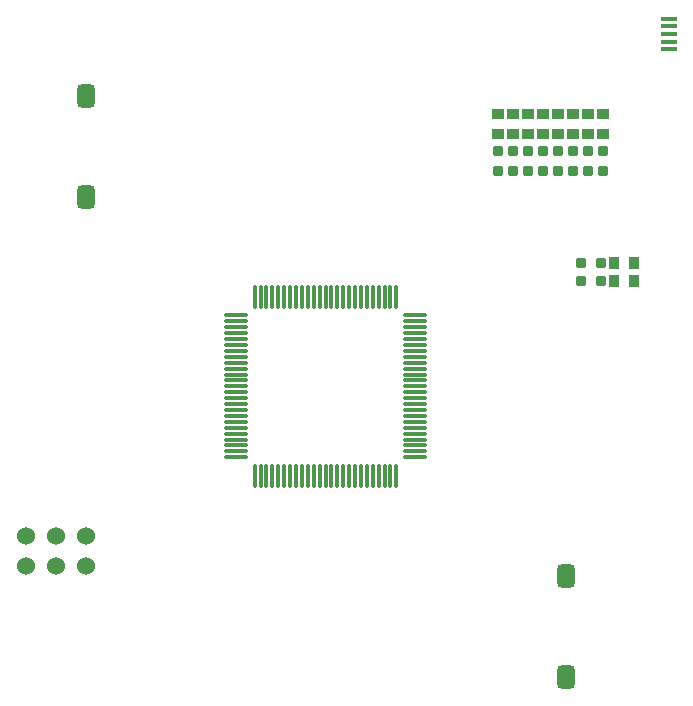
<source format=gtp>
G04*
G04 #@! TF.GenerationSoftware,Altium Limited,Altium Designer,20.0.11 (256)*
G04*
G04 Layer_Color=8421504*
%FSLAX25Y25*%
%MOIN*%
G70*
G01*
G75*
%ADD17C,0.06000*%
G04:AMPARAMS|DCode=18|XSize=78.74mil|YSize=59.06mil|CornerRadius=14.76mil|HoleSize=0mil|Usage=FLASHONLY|Rotation=90.000|XOffset=0mil|YOffset=0mil|HoleType=Round|Shape=RoundedRectangle|*
%AMROUNDEDRECTD18*
21,1,0.07874,0.02953,0,0,90.0*
21,1,0.04921,0.05906,0,0,90.0*
1,1,0.02953,0.01476,0.02461*
1,1,0.02953,0.01476,-0.02461*
1,1,0.02953,-0.01476,-0.02461*
1,1,0.02953,-0.01476,0.02461*
%
%ADD18ROUNDEDRECTD18*%
%ADD19O,0.08268X0.01181*%
%ADD20O,0.01181X0.08268*%
%ADD21R,0.05315X0.01575*%
%ADD22R,0.03543X0.03937*%
G04:AMPARAMS|DCode=23|XSize=31.5mil|YSize=31.5mil|CornerRadius=3.94mil|HoleSize=0mil|Usage=FLASHONLY|Rotation=180.000|XOffset=0mil|YOffset=0mil|HoleType=Round|Shape=RoundedRectangle|*
%AMROUNDEDRECTD23*
21,1,0.03150,0.02362,0,0,180.0*
21,1,0.02362,0.03150,0,0,180.0*
1,1,0.00787,-0.01181,0.01181*
1,1,0.00787,0.01181,0.01181*
1,1,0.00787,0.01181,-0.01181*
1,1,0.00787,-0.01181,-0.01181*
%
%ADD23ROUNDEDRECTD23*%
G04:AMPARAMS|DCode=24|XSize=31.5mil|YSize=31.5mil|CornerRadius=3.94mil|HoleSize=0mil|Usage=FLASHONLY|Rotation=270.000|XOffset=0mil|YOffset=0mil|HoleType=Round|Shape=RoundedRectangle|*
%AMROUNDEDRECTD24*
21,1,0.03150,0.02362,0,0,270.0*
21,1,0.02362,0.03150,0,0,270.0*
1,1,0.00787,-0.01181,-0.01181*
1,1,0.00787,-0.01181,0.01181*
1,1,0.00787,0.01181,0.01181*
1,1,0.00787,0.01181,-0.01181*
%
%ADD24ROUNDEDRECTD24*%
%ADD25R,0.03937X0.03543*%
D17*
X-80000Y-60000D02*
D03*
X-90000D02*
D03*
X-100000D02*
D03*
X-80000Y-50000D02*
D03*
X-90000D02*
D03*
X-100000D02*
D03*
D18*
X80000Y-96732D02*
D03*
Y-63268D02*
D03*
X-80000Y63268D02*
D03*
Y96732D02*
D03*
D19*
X-29921Y23622D02*
D03*
Y21654D02*
D03*
Y19685D02*
D03*
Y17717D02*
D03*
Y15748D02*
D03*
Y13780D02*
D03*
Y11811D02*
D03*
Y9843D02*
D03*
Y7874D02*
D03*
Y5906D02*
D03*
Y3937D02*
D03*
X-29921Y1969D02*
D03*
Y0D02*
D03*
Y-1969D02*
D03*
X-29921Y-3937D02*
D03*
Y-5906D02*
D03*
Y-7874D02*
D03*
Y-9843D02*
D03*
Y-11811D02*
D03*
Y-13780D02*
D03*
Y-15748D02*
D03*
Y-17717D02*
D03*
Y-19685D02*
D03*
Y-21654D02*
D03*
Y-23622D02*
D03*
X29921D02*
D03*
Y-21654D02*
D03*
Y-19685D02*
D03*
Y-17717D02*
D03*
Y-15748D02*
D03*
Y-13780D02*
D03*
Y-11811D02*
D03*
Y-9843D02*
D03*
Y-7874D02*
D03*
Y-5906D02*
D03*
Y-3937D02*
D03*
X29921Y-1969D02*
D03*
Y0D02*
D03*
Y1969D02*
D03*
X29921Y3937D02*
D03*
Y5906D02*
D03*
Y7874D02*
D03*
Y9843D02*
D03*
Y11811D02*
D03*
Y13780D02*
D03*
Y15748D02*
D03*
Y17717D02*
D03*
Y19685D02*
D03*
Y21654D02*
D03*
Y23622D02*
D03*
D20*
X-23622Y-29921D02*
D03*
X-21654D02*
D03*
X-19685D02*
D03*
X-17717D02*
D03*
X-15748D02*
D03*
X-13780D02*
D03*
X-11811D02*
D03*
X-9843D02*
D03*
X-7874D02*
D03*
X-5906D02*
D03*
X-3937D02*
D03*
X-1969Y-29921D02*
D03*
X0D02*
D03*
X1969D02*
D03*
X3937Y-29921D02*
D03*
X5906D02*
D03*
X7874D02*
D03*
X9843D02*
D03*
X11811D02*
D03*
X13780D02*
D03*
X15748D02*
D03*
X17717D02*
D03*
X19685D02*
D03*
X21654D02*
D03*
X23622D02*
D03*
Y29921D02*
D03*
X21654D02*
D03*
X19685D02*
D03*
X17717D02*
D03*
X15748D02*
D03*
X13780D02*
D03*
X11811D02*
D03*
X9843D02*
D03*
X7874D02*
D03*
X5906D02*
D03*
X3937D02*
D03*
X1969Y29921D02*
D03*
X0D02*
D03*
X-1969D02*
D03*
X-3937Y29921D02*
D03*
X-5906D02*
D03*
X-7874D02*
D03*
X-9843D02*
D03*
X-11811D02*
D03*
X-13780D02*
D03*
X-15748D02*
D03*
X-17717D02*
D03*
X-19685D02*
D03*
X-21654D02*
D03*
X-23622D02*
D03*
D21*
X114370Y112382D02*
D03*
Y114941D02*
D03*
Y122618D02*
D03*
Y120059D02*
D03*
Y117500D02*
D03*
D22*
X96153Y35000D02*
D03*
X102847D02*
D03*
X96000Y41000D02*
D03*
X102693D02*
D03*
D23*
X85154Y35000D02*
D03*
X91847D02*
D03*
X85154Y41000D02*
D03*
X91847D02*
D03*
D24*
X87500Y71653D02*
D03*
Y78347D02*
D03*
X92500Y71653D02*
D03*
Y78347D02*
D03*
X82500D02*
D03*
Y71653D02*
D03*
X77500Y78347D02*
D03*
Y71653D02*
D03*
X72500Y78347D02*
D03*
Y71653D02*
D03*
X67500Y78347D02*
D03*
Y71653D02*
D03*
X62500Y78347D02*
D03*
Y71653D02*
D03*
X57500D02*
D03*
Y78347D02*
D03*
D25*
X92500Y84153D02*
D03*
Y90847D02*
D03*
X87500Y84153D02*
D03*
Y90847D02*
D03*
X82500Y84153D02*
D03*
Y90847D02*
D03*
X77500Y84153D02*
D03*
Y90847D02*
D03*
X72500Y84153D02*
D03*
Y90847D02*
D03*
X67500Y84153D02*
D03*
Y90847D02*
D03*
X62500Y84153D02*
D03*
Y90847D02*
D03*
X57500Y84153D02*
D03*
Y90847D02*
D03*
M02*

</source>
